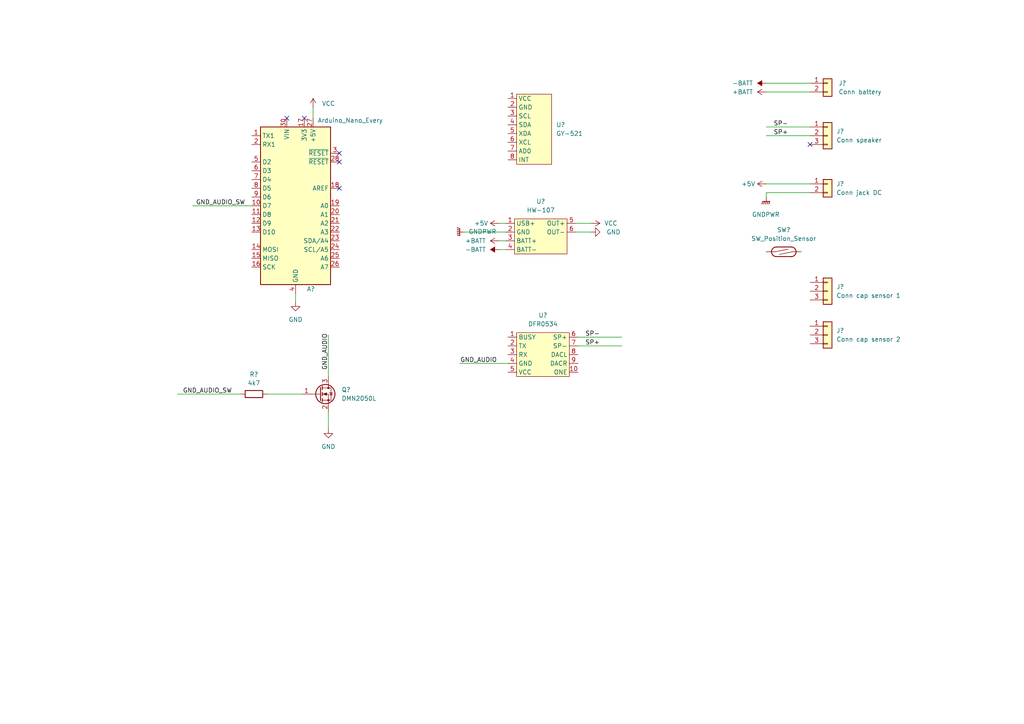
<source format=kicad_sch>
(kicad_sch (version 20210621) (generator eeschema)
  (paper "A4")
  (lib_symbols
    (symbol "Connector_Generic:Conn_01x02" (pin_names (offset 1.016) hide)
      (property "Reference" "J" (at 0 2.54 0))
      (property "Value" "Conn_01x02" (at 0 -5.08 0))
      (symbol "Conn_01x02_1_1"
        (rectangle (start -1.27 -2.413) (end 0 -2.667) (stroke (width 0.1524)))
        (rectangle (start -1.27 0.127) (end 0 -0.127) (stroke (width 0.1524)))
        (rectangle (start -1.27 1.27) (end 1.27 -3.81) (stroke (width 0.254)) (fill (type background)))
        (pin passive line (at -5.08 0 0) (length 3.81) (name "Pin_1") (number "1"))
        (pin passive line (at -5.08 -2.54 0) (length 3.81) (name "Pin_2") (number "2"))
      )
    )
    (symbol "Connector_Generic:Conn_01x03" (pin_names (offset 1.016) hide)
      (property "Reference" "J" (at 0 5.08 0))
      (property "Value" "Conn_01x03" (at 0 -5.08 0))
      (symbol "Conn_01x03_1_1"
        (rectangle (start -1.27 -2.413) (end 0 -2.667) (stroke (width 0.1524)))
        (rectangle (start -1.27 0.127) (end 0 -0.127) (stroke (width 0.1524)))
        (rectangle (start -1.27 2.667) (end 0 2.413) (stroke (width 0.1524)))
        (rectangle (start -1.27 3.81) (end 1.27 -3.81) (stroke (width 0.254)) (fill (type background)))
        (pin passive line (at -5.08 2.54 0) (length 3.81) (name "Pin_1") (number "1"))
        (pin passive line (at -5.08 0 0) (length 3.81) (name "Pin_2") (number "2"))
        (pin passive line (at -5.08 -2.54 0) (length 3.81) (name "Pin_3") (number "3"))
      )
    )
    (symbol "Device:R" (pin_numbers hide) (pin_names (offset 0))
      (property "Reference" "R" (at 2.032 0 90))
      (property "Value" "R" (at 0 0 90))
      (symbol "R_0_1"
        (rectangle (start -1.016 -2.54) (end 1.016 2.54) (stroke (width 0.254)))
      )
      (symbol "R_1_1"
        (pin passive line (at 0 3.81 270) (length 1.27) (name "~") (number "1"))
        (pin passive line (at 0 -3.81 90) (length 1.27) (name "~") (number "2"))
      )
    )
    (symbol "MCU_Module:Arduino_Nano_Every"
      (property "Reference" "A" (at -10.16 23.495 0))
      (property "Value" "Arduino_Nano_Every" (at 5.08 -24.13 0))
      (symbol "Arduino_Nano_Every_0_1"
        (rectangle (start -10.16 22.86) (end 10.16 -22.86) (stroke (width 0.254)) (fill (type background)))
      )
      (symbol "Arduino_Nano_Every_1_1"
        (pin bidirectional line (at -12.7 20.32 0) (length 2.54) (name "TX1") (number "1"))
        (pin bidirectional line (at -12.7 0 0) (length 2.54) (name "D7") (number "10"))
        (pin bidirectional line (at -12.7 -2.54 0) (length 2.54) (name "D8") (number "11"))
        (pin bidirectional line (at -12.7 -5.08 0) (length 2.54) (name "D9") (number "12"))
        (pin bidirectional line (at -12.7 -7.62 0) (length 2.54) (name "D10") (number "13"))
        (pin bidirectional line (at -12.7 -12.7 0) (length 2.54) (name "MOSI") (number "14"))
        (pin bidirectional line (at -12.7 -15.24 0) (length 2.54) (name "MISO") (number "15"))
        (pin bidirectional line (at -12.7 -17.78 0) (length 2.54) (name "SCK") (number "16"))
        (pin power_out line (at 2.54 25.4 270) (length 2.54) (name "3V3") (number "17"))
        (pin input line (at 12.7 5.08 180) (length 2.54) (name "AREF") (number "18"))
        (pin bidirectional line (at 12.7 0 180) (length 2.54) (name "A0") (number "19"))
        (pin bidirectional line (at -12.7 17.78 0) (length 2.54) (name "RX1") (number "2"))
        (pin bidirectional line (at 12.7 -2.54 180) (length 2.54) (name "A1") (number "20"))
        (pin bidirectional line (at 12.7 -5.08 180) (length 2.54) (name "A2") (number "21"))
        (pin bidirectional line (at 12.7 -7.62 180) (length 2.54) (name "A3") (number "22"))
        (pin bidirectional line (at 12.7 -10.16 180) (length 2.54) (name "SDA/A4") (number "23"))
        (pin bidirectional line (at 12.7 -12.7 180) (length 2.54) (name "SCL/A5") (number "24"))
        (pin bidirectional line (at 12.7 -15.24 180) (length 2.54) (name "A6") (number "25"))
        (pin bidirectional line (at 12.7 -17.78 180) (length 2.54) (name "A7") (number "26"))
        (pin power_out line (at 5.08 25.4 270) (length 2.54) (name "+5V") (number "27"))
        (pin input line (at 12.7 12.7 180) (length 2.54) (name "~{RESET}") (number "28"))
        (pin passive line (at 0 -25.4 90) (length 2.54) hide (name "GND") (number "29"))
        (pin input line (at 12.7 15.24 180) (length 2.54) (name "~{RESET}") (number "3"))
        (pin power_in line (at -2.54 25.4 270) (length 2.54) (name "VIN") (number "30"))
        (pin power_in line (at 0 -25.4 90) (length 2.54) (name "GND") (number "4"))
        (pin bidirectional line (at -12.7 12.7 0) (length 2.54) (name "D2") (number "5"))
        (pin bidirectional line (at -12.7 10.16 0) (length 2.54) (name "D3") (number "6"))
        (pin bidirectional line (at -12.7 7.62 0) (length 2.54) (name "D4") (number "7"))
        (pin bidirectional line (at -12.7 5.08 0) (length 2.54) (name "D5") (number "8"))
        (pin bidirectional line (at -12.7 2.54 0) (length 2.54) (name "D6") (number "9"))
      )
    )
    (symbol "Switch:SW_Reed" (pin_numbers hide) (pin_names (offset 0) hide)
      (property "Reference" "SW" (at 0 2.54 0))
      (property "Value" "SW_Reed" (at 0 -2.54 0))
      (symbol "SW_Reed_0_0"
        (arc (start -2.159 1.397) (end -2.159 -1.397) (radius (at -2.159 0) (length 1.397) (angles 90.1 -90.1)) (stroke (width 0.254)))
        (arc (start 2.159 -1.397) (end 2.159 1.397) (radius (at 2.159 0) (length 1.397) (angles -89.9 89.9)) (stroke (width 0.254)))
        (polyline (pts (xy -2.54 0) (xy 1.27 0.762)))
        (polyline (pts (xy -2.159 -1.397) (xy 2.286 -1.397)) (stroke (width 0.254)))
        (polyline (pts (xy 2.159 1.397) (xy -2.159 1.397)) (stroke (width 0.254)))
        (polyline (pts (xy 2.54 0) (xy -1.27 -0.762)))
      )
      (symbol "SW_Reed_1_1"
        (pin passive line (at -5.08 0 0) (length 2.54) (name "1") (number "1"))
        (pin passive line (at 5.08 0 180) (length 2.54) (name "2") (number "2"))
      )
    )
    (symbol "Transistor_FET:DMN2050L" (pin_names hide)
      (property "Reference" "Q" (at 5.08 1.905 0))
      (property "Value" "DMN2050L" (at 5.08 0 0))
      (symbol "DMN2050L_0_1"
        (circle (center 1.651 0) (radius 2.794) (stroke (width 0.254)))
        (circle (center 2.54 -1.778) (radius 0.254) (fill (type outline)))
        (circle (center 2.54 1.778) (radius 0.254) (fill (type outline)))
        (polyline (pts (xy 0.254 0) (xy -2.54 0)))
        (polyline (pts (xy 0.254 1.905) (xy 0.254 -1.905)) (stroke (width 0.254)))
        (polyline (pts (xy 0.762 -1.27) (xy 0.762 -2.286)) (stroke (width 0.254)))
        (polyline (pts (xy 0.762 0.508) (xy 0.762 -0.508)) (stroke (width 0.254)))
        (polyline (pts (xy 0.762 2.286) (xy 0.762 1.27)) (stroke (width 0.254)))
        (polyline (pts (xy 2.54 2.54) (xy 2.54 1.778)))
        (polyline (pts (xy 2.54 -2.54) (xy 2.54 0) (xy 0.762 0)))
        (polyline (pts (xy 0.762 -1.778) (xy 3.302 -1.778) (xy 3.302 1.778) (xy 0.762 1.778)))
        (polyline (pts (xy 2.794 0.508) (xy 2.921 0.381) (xy 3.683 0.381) (xy 3.81 0.254)))
        (polyline (pts (xy 3.302 0.381) (xy 2.921 -0.254) (xy 3.683 -0.254) (xy 3.302 0.381)))
        (polyline (pts (xy 1.016 0) (xy 2.032 0.381) (xy 2.032 -0.381) (xy 1.016 0)) (fill (type outline)))
      )
      (symbol "DMN2050L_1_1"
        (pin input line (at -5.08 0 0) (length 2.54) (name "G") (number "1"))
        (pin passive line (at 2.54 -5.08 90) (length 2.54) (name "S") (number "2"))
        (pin passive line (at 2.54 5.08 270) (length 2.54) (name "D") (number "3"))
      )
    )
    (symbol "boitarire_lib:DFR0534"
      (property "Reference" "U" (at 0 -12.7 0))
      (property "Value" "DFR0534" (at 0 2.54 0))
      (symbol "DFR0534_0_0"
        (pin bidirectional line (at -10.16 0 0) (length 2.54) (name "BUSY") (number "1"))
        (pin passive line (at 10.16 -10.16 180) (length 2.54) (name "ONE") (number "10"))
        (pin output line (at -10.16 -2.54 0) (length 2.54) (name "TX") (number "2"))
        (pin input line (at -10.16 -5.08 0) (length 2.54) (name "RX") (number "3"))
        (pin passive line (at -10.16 -7.62 0) (length 2.54) (name "GND") (number "4"))
        (pin power_in line (at -10.16 -10.16 0) (length 2.54) (name "VCC") (number "5"))
        (pin output line (at 10.16 0 180) (length 2.54) (name "SP+") (number "6"))
        (pin output line (at 10.16 -2.54 180) (length 2.54) (name "SP-") (number "7"))
        (pin output line (at 10.16 -5.08 180) (length 2.54) (name "DACL") (number "8"))
        (pin output line (at 10.16 -7.62 180) (length 2.54) (name "DACR") (number "9"))
        (pin passive line (at -2.54 -13.97 90) (length 2.54) hide (name "Screw_term_1") (number "S1"))
        (pin passive line (at 2.54 -13.97 90) (length 2.54) hide (name "Screw_term_2") (number "S2"))
      )
      (symbol "DFR0534_0_1"
        (rectangle (start -7.62 1.27) (end 7.62 -11.43) (stroke (width 0.1524)) (fill (type background)))
      )
    )
    (symbol "boitarire_lib:GY-521"
      (property "Reference" "U" (at 0 -20.32 0))
      (property "Value" "GY-521" (at 0 2.54 0))
      (symbol "GY-521_0_0"
        (pin power_in line (at -7.62 0 0) (length 2.54) (name "VCC") (number "1"))
        (pin passive line (at -7.62 -2.54 0) (length 2.54) (name "GND") (number "2"))
        (pin tri_state line (at -7.62 -5.08 0) (length 2.54) (name "SCL") (number "3"))
        (pin tri_state line (at -7.62 -7.62 0) (length 2.54) (name "SDA") (number "4"))
        (pin passive line (at -7.62 -10.16 0) (length 2.54) (name "XDA") (number "5"))
        (pin passive line (at -7.62 -12.7 0) (length 2.54) (name "XCL") (number "6"))
        (pin passive line (at -7.62 -15.24 0) (length 2.54) (name "AD0") (number "7"))
        (pin open_collector line (at -7.62 -17.78 0) (length 2.54) (name "INT") (number "8"))
      )
      (symbol "GY-521_0_1"
        (rectangle (start -5.08 1.27) (end 5.08 -19.05) (stroke (width 0.1524)) (fill (type background)))
      )
    )
    (symbol "boitarire_lib:HW-107"
      (property "Reference" "U" (at 0 -10.16 0))
      (property "Value" "HW-107" (at 0 2.54 0))
      (symbol "HW-107_0_0"
        (pin power_in line (at -10.16 0 0) (length 2.54) (name "USB+") (number "1"))
        (pin passive line (at -10.16 -2.54 0) (length 2.54) (name "GND") (number "2"))
        (pin power_in line (at -10.16 -5.08 0) (length 2.54) (name "BATT+") (number "3"))
        (pin passive line (at -10.16 -7.62 0) (length 2.54) (name "BATT-") (number "4"))
        (pin power_out line (at 10.16 0 180) (length 2.54) (name "OUT+") (number "5"))
        (pin passive line (at 10.16 -2.54 180) (length 2.54) (name "OUT-") (number "6"))
      )
      (symbol "HW-107_0_1"
        (rectangle (start -7.62 1.27) (end 7.62 -8.89) (stroke (width 0.1524)) (fill (type background)))
      )
    )
    (symbol "power:+5V" (power) (pin_names (offset 0))
      (property "Value" "+5V" (at 0 3.556 0))
      (symbol "+5V_0_1"
        (polyline (pts (xy -0.762 1.27) (xy 0 2.54)))
        (polyline (pts (xy 0 0) (xy 0 2.54)))
        (polyline (pts (xy 0 2.54) (xy 0.762 1.27)))
      )
      (symbol "+5V_1_1"
        (pin power_in line (at 0 0 90) (length 0) hide (name "+5V") (number "1"))
      )
    )
    (symbol "power:+BATT" (power) (pin_names (offset 0))
      (property "Value" "+BATT" (at 0 3.556 0))
      (symbol "+BATT_0_1"
        (polyline (pts (xy -0.762 1.27) (xy 0 2.54)))
        (polyline (pts (xy 0 0) (xy 0 2.54)))
        (polyline (pts (xy 0 2.54) (xy 0.762 1.27)))
      )
      (symbol "+BATT_1_1"
        (pin power_in line (at 0 0 90) (length 0) hide (name "+BATT") (number "1"))
      )
    )
    (symbol "power:-BATT" (power) (pin_names (offset 0))
      (property "Value" "-BATT" (at 0 3.556 0))
      (symbol "-BATT_0_1"
        (polyline (pts (xy 0 0) (xy 0 2.54)))
        (polyline (pts (xy 0.762 1.27) (xy -0.762 1.27) (xy 0 2.54) (xy 0.762 1.27)) (fill (type outline)))
      )
      (symbol "-BATT_1_1"
        (pin power_in line (at 0 0 90) (length 0) hide (name "-BATT") (number "1"))
      )
    )
    (symbol "power:GND" (power) (pin_names (offset 0))
      (property "Value" "GND" (at 0 -3.81 0))
      (symbol "GND_0_1"
        (polyline (pts (xy 0 0) (xy 0 -1.27) (xy 1.27 -1.27) (xy 0 -2.54) (xy -1.27 -1.27) (xy 0 -1.27)))
      )
      (symbol "GND_1_1"
        (pin power_in line (at 0 0 270) (length 0) hide (name "GND") (number "1"))
      )
    )
    (symbol "power:GNDPWR" (power) (pin_names (offset 0))
      (property "Value" "GNDPWR" (at 0 -3.302 0))
      (symbol "GNDPWR_0_1"
        (polyline (pts (xy 0 -1.27) (xy 0 0)))
        (polyline (pts (xy -1.016 -1.27) (xy -1.27 -2.032) (xy -1.27 -2.032)) (stroke (width 0.2032)))
        (polyline (pts (xy -0.508 -1.27) (xy -0.762 -2.032) (xy -0.762 -2.032)) (stroke (width 0.2032)))
        (polyline (pts (xy 0 -1.27) (xy -0.254 -2.032) (xy -0.254 -2.032)) (stroke (width 0.2032)))
        (polyline (pts (xy 0.508 -1.27) (xy 0.254 -2.032) (xy 0.254 -2.032)) (stroke (width 0.2032)))
        (polyline (pts (xy 1.016 -1.27) (xy -1.016 -1.27) (xy -1.016 -1.27)) (stroke (width 0.2032)))
        (polyline (pts (xy 1.016 -1.27) (xy 0.762 -2.032) (xy 0.762 -2.032) (xy 0.762 -2.032)) (stroke (width 0.2032)))
      )
      (symbol "GNDPWR_1_1"
        (pin power_in line (at 0 0 270) (length 0) hide (name "GNDPWR") (number "1"))
      )
    )
    (symbol "power:VCC" (power) (pin_names (offset 0))
      (property "Value" "VCC" (at 0 3.81 0))
      (symbol "VCC_0_1"
        (polyline (pts (xy -0.762 1.27) (xy 0 2.54)))
        (polyline (pts (xy 0 0) (xy 0 2.54)))
        (polyline (pts (xy 0 2.54) (xy 0.762 1.27)))
      )
      (symbol "VCC_1_1"
        (pin power_in line (at 0 0 90) (length 0) hide (name "VCC") (number "1"))
      )
    )
  )
  (no_connect (at 83.185 34.29))
  (no_connect (at 88.265 34.29))
  (no_connect (at 98.425 44.45))
  (no_connect (at 98.425 46.99))
  (no_connect (at 98.425 54.61))
  (no_connect (at 234.95 41.91))
  (wire (pts (xy 55.88 59.69) (xy 73.025 59.69)))
  (wire (pts (xy 69.85 114.3) (xy 51.435 114.3)))
  (wire (pts (xy 77.47 114.3) (xy 87.63 114.3)))
  (wire (pts (xy 85.725 85.09) (xy 85.725 87.63)))
  (wire (pts (xy 90.805 31.115) (xy 90.805 34.29)))
  (wire (pts (xy 95.25 97.155) (xy 95.25 109.22)))
  (wire (pts (xy 95.25 119.38) (xy 95.25 124.46)))
  (wire (pts (xy 133.35 105.41) (xy 147.32 105.41)))
  (wire (pts (xy 134.62 67.31) (xy 146.685 67.31)))
  (wire (pts (xy 144.78 64.77) (xy 146.685 64.77)))
  (wire (pts (xy 144.78 69.85) (xy 146.685 69.85)))
  (wire (pts (xy 144.78 72.39) (xy 146.685 72.39)))
  (wire (pts (xy 167.005 64.77) (xy 171.45 64.77)))
  (wire (pts (xy 167.005 67.31) (xy 171.45 67.31)))
  (wire (pts (xy 167.64 97.79) (xy 180.34 97.79)))
  (wire (pts (xy 167.64 100.33) (xy 180.34 100.33)))
  (wire (pts (xy 222.25 24.13) (xy 234.95 24.13)))
  (wire (pts (xy 222.25 26.67) (xy 234.95 26.67)))
  (wire (pts (xy 222.25 36.83) (xy 234.95 36.83)))
  (wire (pts (xy 222.25 39.37) (xy 234.95 39.37)))
  (wire (pts (xy 222.25 53.34) (xy 234.95 53.34)))
  (wire (pts (xy 222.25 55.88) (xy 222.25 57.15)))
  (wire (pts (xy 222.25 55.88) (xy 234.95 55.88)))
  (label "GND_AUDIO_SW" (at 67.31 114.3 180))
  (label "GND_AUDIO_SW" (at 71.12 59.69 180))
  (label "GND_AUDIO" (at 95.25 107.315 90))
  (label "GND_AUDIO" (at 144.145 105.41 180))
  (label "SP-" (at 173.99 97.79 180))
  (label "SP+" (at 173.99 100.33 180))
  (label "SP-" (at 228.6 36.83 180))
  (label "SP+" (at 228.6 39.37 180))
  (symbol (lib_id "power:VCC") (at 90.805 31.115 0) (unit 1)
    (property "Reference" "#PWR?" (effects hide))
    (property "Value" "VCC" (at 93.345 30.0354 0) (effects (justify left)))
  )
  (symbol (lib_id "power:+5V") (at 144.78 64.77 90) (unit 1)
    (property "Reference" "#PWR?" (effects hide))
    (property "Value" "+5V" (at 141.605 64.7699 90) (effects (justify left)))
  )
  (symbol (lib_id "power:+BATT") (at 144.78 69.85 90) (unit 1)
    (property "Reference" "#PWR?" (effects hide))
    (property "Value" "+BATT" (at 140.97 69.8499 90) (effects (justify left)))
  )
  (symbol (lib_id "power:-BATT") (at 144.78 72.39 90) (unit 1)
    (property "Reference" "#PWR?" (effects hide))
    (property "Value" "-BATT" (at 140.97 72.3899 90) (effects (justify left)))
  )
  (symbol (lib_id "power:VCC") (at 171.45 64.77 270) (unit 1)
    (property "Reference" "#PWR?" (effects hide))
    (property "Value" "VCC" (at 175.26 64.7699 90) (effects (justify left)))
  )
  (symbol (lib_id "power:-BATT") (at 222.25 24.13 90) (unit 1)
    (property "Reference" "#PWR?" (effects hide))
    (property "Value" "-BATT" (at 218.44 24.1299 90) (effects (justify left)))
  )
  (symbol (lib_id "power:+BATT") (at 222.25 26.67 90) (unit 1)
    (property "Reference" "#PWR?" (effects hide))
    (property "Value" "+BATT" (at 218.44 26.6699 90) (effects (justify left)))
  )
  (symbol (lib_id "power:+5V") (at 222.25 53.34 90) (unit 1)
    (property "Reference" "#PWR?" (effects hide))
    (property "Value" "+5V" (at 219.075 53.3399 90) (effects (justify left)))
  )
  (symbol (lib_id "power:GNDPWR") (at 134.62 67.31 270) (unit 1)
    (property "Reference" "#PWR?" (effects hide))
    (property "Value" "GNDPWR" (at 135.89 67.1829 90) (effects (justify left)))
  )
  (symbol (lib_id "power:GNDPWR") (at 222.25 57.15 0) (unit 1)
    (property "Reference" "#PWR?" (effects hide))
    (property "Value" "GNDPWR" (at 222.123 62.23 0))
  )
  (symbol (lib_id "power:GND") (at 85.725 87.63 0) (unit 1)
    (property "Reference" "#PWR?" (effects hide))
    (property "Value" "GND" (at 85.725 92.71 0))
  )
  (symbol (lib_id "power:GND") (at 95.25 124.46 0) (unit 1)
    (property "Reference" "#PWR?" (effects hide))
    (property "Value" "GND" (at 95.25 129.54 0))
  )
  (symbol (lib_id "power:GND") (at 171.45 67.31 90) (unit 1)
    (property "Reference" "#PWR?" (effects hide))
    (property "Value" "GND" (at 175.895 67.3099 90) (effects (justify right)))
  )
  (symbol (lib_id "Device:R") (at 73.66 114.3 90) (unit 1)
    (property "Reference" "R?" (at 73.66 108.585 90))
    (property "Value" "4k7" (at 73.66 111.125 90))
  )
  (symbol (lib_id "Switch:SW_Reed") (at 227.33 73.025 0) (unit 1)
    (property "Reference" "SW?" (at 227.33 66.675 0))
    (property "Value" "SW_Position_Sensor" (at 227.33 69.215 0))
  )
  (symbol (lib_id "Connector_Generic:Conn_01x02") (at 240.03 24.13 0) (unit 1)
    (property "Reference" "J?" (at 243.205 24.1299 0) (effects (justify left)))
    (property "Value" "Conn battery" (at 243.205 26.6699 0) (effects (justify left)))
  )
  (symbol (lib_id "Connector_Generic:Conn_01x02") (at 240.03 53.34 0) (unit 1)
    (property "Reference" "J?" (at 242.57 53.3399 0) (effects (justify left)))
    (property "Value" "Conn jack DC" (at 242.57 55.8799 0) (effects (justify left)))
  )
  (symbol (lib_id "Connector_Generic:Conn_01x03") (at 240.03 39.37 0) (unit 1)
    (property "Reference" "J?" (at 242.57 38.0999 0) (effects (justify left)))
    (property "Value" "Conn speaker" (at 242.57 40.6399 0) (effects (justify left)))
  )
  (symbol (lib_id "Connector_Generic:Conn_01x03") (at 240.03 84.455 0) (unit 1)
    (property "Reference" "J?" (at 242.57 83.1849 0) (effects (justify left)))
    (property "Value" "Conn cap sensor 1" (at 242.57 85.7249 0) (effects (justify left)))
  )
  (symbol (lib_id "Connector_Generic:Conn_01x03") (at 240.03 97.155 0) (unit 1)
    (property "Reference" "J?" (at 242.57 95.8849 0) (effects (justify left)))
    (property "Value" "Conn cap sensor 2" (at 242.57 98.4249 0) (effects (justify left)))
  )
  (symbol (lib_id "Transistor_FET:DMN2050L") (at 92.71 114.3 0) (unit 1)
    (property "Reference" "Q?" (at 99.06 113.0299 0) (effects (justify left)))
    (property "Value" "DMN2050L" (at 99.06 115.5699 0) (effects (justify left)))
    (property "Footprint" "Package_TO_SOT_SMD:SOT-23" (effects hide))
    (property "Datasheet" "http://www.diodes.com/assets/Datasheets/ds31502.pdf" (effects hide))
  )
  (symbol (lib_id "boitarire_lib:HW-107") (at 156.845 64.77 0) (unit 1)
    (property "Reference" "U?" (at 156.845 58.42 0))
    (property "Value" "HW-107" (at 156.845 60.96 0))
  )
  (symbol (lib_id "boitarire_lib:GY-521") (at 154.94 28.575 0) (unit 1)
    (property "Reference" "U?" (at 161.29 36.1949 0) (effects (justify left)))
    (property "Value" "GY-521" (at 161.29 38.7349 0) (effects (justify left)))
  )
  (symbol (lib_id "boitarire_lib:DFR0534") (at 157.48 97.79 0) (unit 1)
    (property "Reference" "U?" (at 157.48 91.44 0))
    (property "Value" "DFR0534" (at 157.48 93.98 0))
  )
  (symbol (lib_id "MCU_Module:Arduino_Nano_Every") (at 85.725 59.69 0) (unit 1)
    (property "Reference" "A?" (at 90.17 83.82 0))
    (property "Value" "Arduino_Nano_Every" (at 101.6 34.925 0))
    (property "Footprint" "Module:Arduino_Nano" (effects hide))
    (property "Datasheet" "https://content.arduino.cc/assets/NANOEveryV3.0_sch.pdf" (effects hide))
  )
)
</source>
